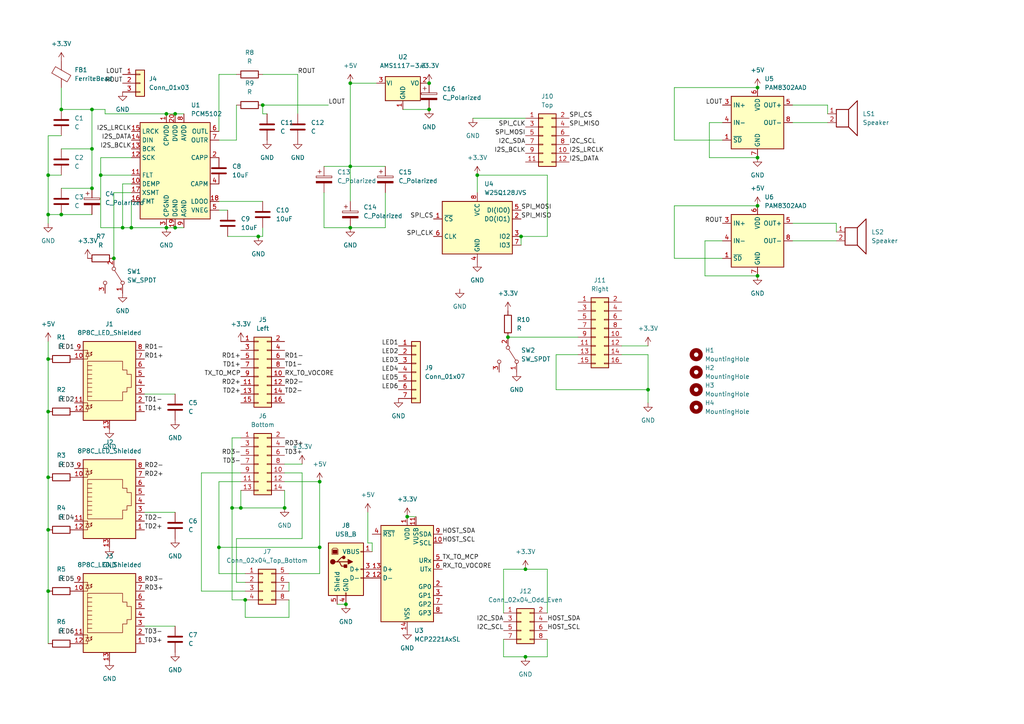
<source format=kicad_sch>
(kicad_sch (version 20211123) (generator eeschema)
  (paper "A4")
  (lib_symbols
    (symbol "8P8C_LED_Shielded_1" (pin_names (offset 1.016))
      (property "Reference" "J3" (at 0 17.78 0))
      (property "Value" "8P8C_LED_Shielded_1" (at 0 15.24 0))
      (symbol "8P8C_LED_Shielded_1_1_1"
        (pin passive line (at 10.16 -7.62 180) (length 2.54) (name "~") (number "1"))
        (pin passive line (at -10.16 7.62 0) (length 2.54) (name "~") (number "10"))
        (pin passive line (at -10.16 -5.08 0) (length 2.54) (name "~") (number "11"))
        (pin passive line (at -10.16 -7.62 0) (length 2.54) (name "~") (number "12"))
        (pin passive line (at 0 -12.7 90) (length 2.54) (name "~") (number "13"))
        (pin passive line (at 10.16 -5.08 180) (length 2.54) (name "~") (number "2"))
        (pin passive line (at 10.16 -2.54 180) (length 2.54) (name "~") (number "3"))
        (pin passive line (at 10.16 0 180) (length 2.54) (name "~") (number "4"))
        (pin passive line (at 10.16 2.54 180) (length 2.54) (name "~") (number "5"))
        (pin passive line (at 10.16 5.08 180) (length 2.54) (name "~") (number "6"))
        (pin passive line (at 10.16 7.62 180) (length 2.54) (name "~") (number "7"))
        (pin passive line (at 10.16 10.16 180) (length 2.54) (name "~") (number "8"))
        (pin passive line (at -10.16 10.16 0) (length 2.54) (name "~") (number "9"))
      )
    )
    (symbol "8P8C_LED_Shielded_2" (pin_names (offset 1.016))
      (property "Reference" "J2" (at 0 17.78 0))
      (property "Value" "8P8C_LED_Shielded_2" (at 0 15.24 0))
      (symbol "8P8C_LED_Shielded_2_1_1"
        (pin passive line (at 10.16 -7.62 180) (length 2.54) (name "~") (number "1"))
        (pin passive line (at -10.16 7.62 0) (length 2.54) (name "~") (number "10"))
        (pin passive line (at -10.16 -5.08 0) (length 2.54) (name "~") (number "11"))
        (pin passive line (at -10.16 -7.62 0) (length 2.54) (name "~") (number "12"))
        (pin passive line (at 0 -12.7 90) (length 2.54) (name "~") (number "13"))
        (pin passive line (at 10.16 -5.08 180) (length 2.54) (name "~") (number "2"))
        (pin passive line (at 10.16 -2.54 180) (length 2.54) (name "~") (number "3"))
        (pin passive line (at 10.16 0 180) (length 2.54) (name "~") (number "4"))
        (pin passive line (at 10.16 2.54 180) (length 2.54) (name "~") (number "5"))
        (pin passive line (at 10.16 5.08 180) (length 2.54) (name "~") (number "6"))
        (pin passive line (at 10.16 7.62 180) (length 2.54) (name "~") (number "7"))
        (pin passive line (at 10.16 10.16 180) (length 2.54) (name "~") (number "8"))
        (pin passive line (at -10.16 10.16 0) (length 2.54) (name "~") (number "9"))
      )
    )
    (symbol "Amplifier_Audio:PAM8302AAD"
      (property "Reference" "U" (at 7.62 11.43 0))
      (property "Value" "PAM8302AAD" (at 7.62 8.89 0))
      (symbol "PAM8302AAD_1_1"
        (pin input line (at -10.16 -5.08 0) (length 2.54) (name "~{SD}") (number "1"))
        (pin no_connect line (at 7.62 -5.08 180) (length 2.54) hide (name "NC") (number "2"))
        (pin input line (at -10.16 5.08 0) (length 2.54) (name "IN+") (number "3"))
        (pin input line (at -10.16 0 0) (length 2.54) (name "IN-") (number "4"))
        (pin output line (at 10.16 5.08 180) (length 2.54) (name "OUT+") (number "5"))
        (pin power_in line (at 0 10.16 270) (length 2.54) (name "VDD") (number "6"))
        (pin power_in line (at 0 -10.16 90) (length 2.54) (name "GND") (number "7"))
        (pin output line (at 10.16 0 180) (length 2.54) (name "OUT-") (number "8"))
      )
    )
    (symbol "Audio:PCM5102"
      (property "Reference" "U" (at -10.16 13.97 0))
      (property "Value" "PCM5102" (at 3.81 13.97 0))
      (symbol "PCM5102_1_1"
        (pin passive line (at -2.54 15.24 270) (length 2.54) (name "CPVDD") (number "1"))
        (pin input line (at -12.7 -5.08 0) (length 2.54) (name "DEMP") (number "10"))
        (pin input line (at -12.7 -2.54 0) (length 2.54) (name "FLT") (number "11"))
        (pin input line (at -12.7 2.54 0) (length 2.54) (name "SCK") (number "12"))
        (pin input line (at -12.7 5.08 0) (length 2.54) (name "BCK") (number "13"))
        (pin input line (at -12.7 7.62 0) (length 2.54) (name "DIN") (number "14"))
        (pin input line (at -12.7 10.16 0) (length 2.54) (name "LRCK") (number "15"))
        (pin input line (at -12.7 -10.16 0) (length 2.54) (name "FMT") (number "16"))
        (pin input line (at -12.7 -7.62 0) (length 2.54) (name "XSMT") (number "17"))
        (pin passive line (at 12.7 -10.16 180) (length 2.54) (name "LDOO") (number "18"))
        (pin power_in line (at 0 -17.78 90) (length 2.54) (name "DGND") (number "19"))
        (pin passive line (at 12.7 2.54 180) (length 2.54) (name "CAPP") (number "2"))
        (pin power_in line (at 0 15.24 270) (length 2.54) (name "DVDD") (number "20"))
        (pin power_in line (at -2.54 -17.78 90) (length 2.54) (name "CPGND") (number "3"))
        (pin passive line (at 12.7 -5.08 180) (length 2.54) (name "CAPM") (number "4"))
        (pin passive line (at 12.7 -12.7 180) (length 2.54) (name "VNEG") (number "5"))
        (pin output line (at 12.7 10.16 180) (length 2.54) (name "OUTL") (number "6"))
        (pin output line (at 12.7 7.62 180) (length 2.54) (name "OUTR") (number "7"))
        (pin power_in line (at 2.54 15.24 270) (length 2.54) (name "AVDD") (number "8"))
        (pin power_in line (at 2.54 -17.78 90) (length 2.54) (name "AGND") (number "9"))
      )
    )
    (symbol "Connector:8P8C_LED_Shielded" (pin_names (offset 1.016))
      (property "Reference" "J1" (at 0 17.78 0))
      (property "Value" "8P8C_LED_Shielded" (at 0 15.24 0))
      (symbol "8P8C_LED_Shielded_1_1"
        (pin passive line (at 10.16 -7.62 180) (length 2.54) (name "~") (number "1"))
        (pin passive line (at -10.16 7.62 0) (length 2.54) (name "~") (number "10"))
        (pin passive line (at -10.16 -5.08 0) (length 2.54) (name "~") (number "11"))
        (pin passive line (at -10.16 -7.62 0) (length 2.54) (name "~") (number "12"))
        (pin passive line (at 0 -12.7 90) (length 2.54) (name "~") (number "13"))
        (pin passive line (at 10.16 -5.08 180) (length 2.54) (name "~") (number "2"))
        (pin passive line (at 10.16 -2.54 180) (length 2.54) (name "~") (number "3"))
        (pin passive line (at 10.16 0 180) (length 2.54) (name "~") (number "4"))
        (pin passive line (at 10.16 2.54 180) (length 2.54) (name "~") (number "5"))
        (pin passive line (at 10.16 5.08 180) (length 2.54) (name "~") (number "6"))
        (pin passive line (at 10.16 7.62 180) (length 2.54) (name "~") (number "7"))
        (pin passive line (at 10.16 10.16 180) (length 2.54) (name "~") (number "8"))
        (pin passive line (at -10.16 10.16 0) (length 2.54) (name "~") (number "9"))
      )
    )
    (symbol "Connector:USB_B" (pin_names (offset 1.016))
      (property "Reference" "J" (at -5.08 11.43 0))
      (property "Value" "USB_B" (at -5.08 8.89 0))
      (symbol "USB_B_1_1"
        (pin power_out line (at 7.62 5.08 180) (length 2.54) (name "VBUS") (number "1"))
        (pin bidirectional line (at 7.62 -2.54 180) (length 2.54) (name "D-") (number "2"))
        (pin bidirectional line (at 7.62 0 180) (length 2.54) (name "D+") (number "3"))
        (pin power_out line (at 0 -10.16 90) (length 2.54) (name "GND") (number "4"))
        (pin passive line (at -2.54 -10.16 90) (length 2.54) (name "Shield") (number "5"))
      )
    )
    (symbol "Connector_Generic:Conn_01x03" (pin_names (offset 1.016) hide)
      (property "Reference" "J" (at 0 5.08 0))
      (property "Value" "Conn_01x03" (at 0 -5.08 0))
      (symbol "Conn_01x03_1_1"
        (pin passive line (at -5.08 2.54 0) (length 3.81) (name "Pin_1") (number "1"))
        (pin passive line (at -5.08 0 0) (length 3.81) (name "Pin_2") (number "2"))
        (pin passive line (at -5.08 -2.54 0) (length 3.81) (name "Pin_3") (number "3"))
      )
    )
    (symbol "Connector_Generic:Conn_01x07" (pin_names (offset 1.016) hide)
      (property "Reference" "J" (at 0 10.16 0))
      (property "Value" "Conn_01x07" (at 0 -10.16 0))
      (symbol "Conn_01x07_1_1"
        (pin passive line (at -5.08 7.62 0) (length 3.81) (name "Pin_1") (number "1"))
        (pin passive line (at -5.08 5.08 0) (length 3.81) (name "Pin_2") (number "2"))
        (pin passive line (at -5.08 2.54 0) (length 3.81) (name "Pin_3") (number "3"))
        (pin passive line (at -5.08 0 0) (length 3.81) (name "Pin_4") (number "4"))
        (pin passive line (at -5.08 -2.54 0) (length 3.81) (name "Pin_5") (number "5"))
        (pin passive line (at -5.08 -5.08 0) (length 3.81) (name "Pin_6") (number "6"))
        (pin passive line (at -5.08 -7.62 0) (length 3.81) (name "Pin_7") (number "7"))
      )
    )
    (symbol "Connector_Generic:Conn_02x04_Odd_Even" (pin_names (offset 1.016) hide)
      (property "Reference" "J" (at 1.27 5.08 0))
      (property "Value" "Conn_02x04_Odd_Even" (at 1.27 -7.62 0))
      (symbol "Conn_02x04_Odd_Even_1_1"
        (pin passive line (at -5.08 2.54 0) (length 3.81) (name "Pin_1") (number "1"))
        (pin passive line (at 7.62 2.54 180) (length 3.81) (name "Pin_2") (number "2"))
        (pin passive line (at -5.08 0 0) (length 3.81) (name "Pin_3") (number "3"))
        (pin passive line (at 7.62 0 180) (length 3.81) (name "Pin_4") (number "4"))
        (pin passive line (at -5.08 -2.54 0) (length 3.81) (name "Pin_5") (number "5"))
        (pin passive line (at 7.62 -2.54 180) (length 3.81) (name "Pin_6") (number "6"))
        (pin passive line (at -5.08 -5.08 0) (length 3.81) (name "Pin_7") (number "7"))
        (pin passive line (at 7.62 -5.08 180) (length 3.81) (name "Pin_8") (number "8"))
      )
    )
    (symbol "Connector_Generic:Conn_02x04_Top_Bottom" (pin_names (offset 1.016) hide)
      (property "Reference" "J" (at 1.27 5.08 0))
      (property "Value" "Conn_02x04_Top_Bottom" (at 1.27 -7.62 0))
      (symbol "Conn_02x04_Top_Bottom_1_1"
        (pin passive line (at -5.08 2.54 0) (length 3.81) (name "Pin_1") (number "1"))
        (pin passive line (at -5.08 0 0) (length 3.81) (name "Pin_2") (number "2"))
        (pin passive line (at -5.08 -2.54 0) (length 3.81) (name "Pin_3") (number "3"))
        (pin passive line (at -5.08 -5.08 0) (length 3.81) (name "Pin_4") (number "4"))
        (pin passive line (at 7.62 2.54 180) (length 3.81) (name "Pin_5") (number "5"))
        (pin passive line (at 7.62 0 180) (length 3.81) (name "Pin_6") (number "6"))
        (pin passive line (at 7.62 -2.54 180) (length 3.81) (name "Pin_7") (number "7"))
        (pin passive line (at 7.62 -5.08 180) (length 3.81) (name "Pin_8") (number "8"))
      )
    )
    (symbol "Connector_Generic:Conn_02x06_Odd_Even" (pin_names (offset 1.016) hide)
      (property "Reference" "J" (at 1.27 7.62 0))
      (property "Value" "Conn_02x06_Odd_Even" (at 1.27 -10.16 0))
      (symbol "Conn_02x06_Odd_Even_1_1"
        (pin passive line (at -5.08 5.08 0) (length 3.81) (name "Pin_1") (number "1"))
        (pin passive line (at 7.62 -5.08 180) (length 3.81) (name "Pin_10") (number "10"))
        (pin passive line (at -5.08 -7.62 0) (length 3.81) (name "Pin_11") (number "11"))
        (pin passive line (at 7.62 -7.62 180) (length 3.81) (name "Pin_12") (number "12"))
        (pin passive line (at 7.62 5.08 180) (length 3.81) (name "Pin_2") (number "2"))
        (pin passive line (at -5.08 2.54 0) (length 3.81) (name "Pin_3") (number "3"))
        (pin passive line (at 7.62 2.54 180) (length 3.81) (name "Pin_4") (number "4"))
        (pin passive line (at -5.08 0 0) (length 3.81) (name "Pin_5") (number "5"))
        (pin passive line (at 7.62 0 180) (length 3.81) (name "Pin_6") (number "6"))
        (pin passive line (at -5.08 -2.54 0) (length 3.81) (name "Pin_7") (number "7"))
        (pin passive line (at 7.62 -2.54 180) (length 3.81) (name "Pin_8") (number "8"))
        (pin passive line (at -5.08 -5.08 0) (length 3.81) (name "Pin_9") (number "9"))
      )
    )
    (symbol "Connector_Generic:Conn_02x07_Odd_Even" (pin_names (offset 1.016) hide)
      (property "Reference" "J" (at 1.27 10.16 0))
      (property "Value" "Conn_02x07_Odd_Even" (at 1.27 -10.16 0))
      (symbol "Conn_02x07_Odd_Even_1_1"
        (pin passive line (at -5.08 7.62 0) (length 3.81) (name "Pin_1") (number "1"))
        (pin passive line (at 7.62 -2.54 180) (length 3.81) (name "Pin_10") (number "10"))
        (pin passive line (at -5.08 -5.08 0) (length 3.81) (name "Pin_11") (number "11"))
        (pin passive line (at 7.62 -5.08 180) (length 3.81) (name "Pin_12") (number "12"))
        (pin passive line (at -5.08 -7.62 0) (length 3.81) (name "Pin_13") (number "13"))
        (pin passive line (at 7.62 -7.62 180) (length 3.81) (name "Pin_14") (number "14"))
        (pin passive line (at 7.62 7.62 180) (length 3.81) (name "Pin_2") (number "2"))
        (pin passive line (at -5.08 5.08 0) (length 3.81) (name "Pin_3") (number "3"))
        (pin passive line (at 7.62 5.08 180) (length 3.81) (name "Pin_4") (number "4"))
        (pin passive line (at -5.08 2.54 0) (length 3.81) (name "Pin_5") (number "5"))
        (pin passive line (at 7.62 2.54 180) (length 3.81) (name "Pin_6") (number "6"))
        (pin passive line (at -5.08 0 0) (length 3.81) (name "Pin_7") (number "7"))
        (pin passive line (at 7.62 0 180) (length 3.81) (name "Pin_8") (number "8"))
        (pin passive line (at -5.08 -2.54 0) (length 3.81) (name "Pin_9") (number "9"))
      )
    )
    (symbol "Connector_Generic:Conn_02x08_Odd_Even" (pin_names (offset 1.016) hide)
      (property "Reference" "J" (at 1.27 10.16 0))
      (property "Value" "Conn_02x08_Odd_Even" (at 1.27 -12.7 0))
      (symbol "Conn_02x08_Odd_Even_1_1"
        (pin passive line (at -5.08 7.62 0) (length 3.81) (name "Pin_1") (number "1"))
        (pin passive line (at 7.62 -2.54 180) (length 3.81) (name "Pin_10") (number "10"))
        (pin passive line (at -5.08 -5.08 0) (length 3.81) (name "Pin_11") (number "11"))
        (pin passive line (at 7.62 -5.08 180) (length 3.81) (name "Pin_12") (number "12"))
        (pin passive line (at -5.08 -7.62 0) (length 3.81) (name "Pin_13") (number "13"))
        (pin passive line (at 7.62 -7.62 180) (length 3.81) (name "Pin_14") (number "14"))
        (pin passive line (at -5.08 -10.16 0) (length 3.81) (name "Pin_15") (number "15"))
        (pin passive line (at 7.62 -10.16 180) (length 3.81) (name "Pin_16") (number "16"))
        (pin passive line (at 7.62 7.62 180) (length 3.81) (name "Pin_2") (number "2"))
        (pin passive line (at -5.08 5.08 0) (length 3.81) (name "Pin_3") (number "3"))
        (pin passive line (at 7.62 5.08 180) (length 3.81) (name "Pin_4") (number "4"))
        (pin passive line (at -5.08 2.54 0) (length 3.81) (name "Pin_5") (number "5"))
        (pin passive line (at 7.62 2.54 180) (length 3.81) (name "Pin_6") (number "6"))
        (pin passive line (at -5.08 0 0) (length 3.81) (name "Pin_7") (number "7"))
        (pin passive line (at 7.62 0 180) (length 3.81) (name "Pin_8") (number "8"))
        (pin passive line (at -5.08 -2.54 0) (length 3.81) (name "Pin_9") (number "9"))
      )
    )
    (symbol "Device:C" (pin_numbers hide) (pin_names (offset 0.254))
      (property "Reference" "C" (at 0.635 2.54 0))
      (property "Value" "C" (at 0.635 -2.54 0))
      (symbol "C_1_1"
        (pin passive line (at 0 3.81 270) (length 2.794) (name "~") (number "1"))
        (pin passive line (at 0 -3.81 90) (length 2.794) (name "~") (number "2"))
      )
    )
    (symbol "Device:C_Polarized" (pin_numbers hide) (pin_names (offset 0.254))
      (property "Reference" "C" (at 0.635 2.54 0))
      (property "Value" "C_Polarized" (at 0.635 -2.54 0))
      (symbol "C_Polarized_1_1"
        (pin passive line (at 0 3.81 270) (length 2.794) (name "~") (number "1"))
        (pin passive line (at 0 -3.81 90) (length 2.794) (name "~") (number "2"))
      )
    )
    (symbol "Device:FerriteBead" (pin_numbers hide) (pin_names (offset 0))
      (property "Reference" "FB" (at -3.81 0.635 90))
      (property "Value" "FerriteBead" (at 3.81 0 90))
      (symbol "FerriteBead_1_1"
        (pin passive line (at 0 3.81 270) (length 2.54) (name "~") (number "1"))
        (pin passive line (at 0 -3.81 90) (length 2.54) (name "~") (number "2"))
      )
    )
    (symbol "Device:R" (pin_numbers hide) (pin_names (offset 0))
      (property "Reference" "R" (at 2.032 0 90))
      (property "Value" "R" (at 0 0 90))
      (symbol "R_1_1"
        (pin passive line (at 0 3.81 270) (length 1.27) (name "~") (number "1"))
        (pin passive line (at 0 -3.81 90) (length 1.27) (name "~") (number "2"))
      )
    )
    (symbol "Device:Speaker" (pin_names (offset 0) hide)
      (property "Reference" "LS" (at 1.27 5.715 0))
      (property "Value" "Speaker" (at 1.27 3.81 0))
      (symbol "Speaker_1_1"
        (pin input line (at -5.08 0 0) (length 2.54) (name "1") (number "1"))
        (pin input line (at -5.08 -2.54 0) (length 2.54) (name "2") (number "2"))
      )
    )
    (symbol "Interface_USB:MCP2221AxSL"
      (property "Reference" "U" (at -7.62 16.51 0))
      (property "Value" "MCP2221AxSL" (at 12.7 16.51 0))
      (symbol "MCP2221AxSL_1_1"
        (pin power_in line (at 0 17.78 270) (length 2.54) (name "VDD") (number "1"))
        (pin bidirectional line (at 10.16 10.16 180) (length 2.54) (name "SCL") (number "10"))
        (pin passive line (at 2.54 17.78 270) (length 2.54) (name "VUSB") (number "11"))
        (pin bidirectional line (at -10.16 0 0) (length 2.54) (name "D-") (number "12"))
        (pin bidirectional line (at -10.16 2.54 0) (length 2.54) (name "D+") (number "13"))
        (pin power_in line (at 0 -15.24 90) (length 2.54) (name "VSS") (number "14"))
        (pin bidirectional line (at 10.16 -2.54 180) (length 2.54) (name "GP0") (number "2"))
        (pin bidirectional line (at 10.16 -5.08 180) (length 2.54) (name "GP1") (number "3"))
        (pin input line (at -10.16 12.7 0) (length 2.54) (name "~{RST}") (number "4"))
        (pin input line (at 10.16 5.08 180) (length 2.54) (name "URx") (number "5"))
        (pin output line (at 10.16 2.54 180) (length 2.54) (name "UTx") (number "6"))
        (pin bidirectional line (at 10.16 -7.62 180) (length 2.54) (name "GP2") (number "7"))
        (pin bidirectional line (at 10.16 -10.16 180) (length 2.54) (name "GP3") (number "8"))
        (pin bidirectional line (at 10.16 12.7 180) (length 2.54) (name "SDA") (number "9"))
      )
    )
    (symbol "Mechanical:MountingHole" (pin_names (offset 1.016))
      (property "Reference" "H" (at 0 5.08 0))
      (property "Value" "MountingHole" (at 0 3.175 0))
    )
    (symbol "Memory_Flash:W25Q128JVS"
      (property "Reference" "U" (at -8.89 8.89 0))
      (property "Value" "W25Q128JVS" (at 7.62 8.89 0))
      (symbol "W25Q128JVS_1_1"
        (pin input line (at -12.7 2.54 0) (length 2.54) (name "~{CS}") (number "1"))
        (pin bidirectional line (at 12.7 2.54 180) (length 2.54) (name "DO(IO1)") (number "2"))
        (pin bidirectional line (at 12.7 -2.54 180) (length 2.54) (name "IO2") (number "3"))
        (pin power_in line (at 0 -10.16 90) (length 2.54) (name "GND") (number "4"))
        (pin bidirectional line (at 12.7 5.08 180) (length 2.54) (name "DI(IO0)") (number "5"))
        (pin input line (at -12.7 -2.54 0) (length 2.54) (name "CLK") (number "6"))
        (pin bidirectional line (at 12.7 -5.08 180) (length 2.54) (name "IO3") (number "7"))
        (pin power_in line (at 0 10.16 270) (length 2.54) (name "VCC") (number "8"))
      )
    )
    (symbol "Regulator_Linear:AMS1117-3.3" (pin_names (offset 0.254))
      (property "Reference" "U" (at -3.81 3.175 0))
      (property "Value" "AMS1117-3.3" (at 0 3.175 0))
      (symbol "AMS1117-3.3_1_1"
        (pin power_in line (at 0 -7.62 90) (length 2.54) (name "GND") (number "1"))
        (pin power_out line (at 7.62 0 180) (length 2.54) (name "VO") (number "2"))
        (pin power_in line (at -7.62 0 0) (length 2.54) (name "VI") (number "3"))
      )
    )
    (symbol "Switch:SW_SPDT" (pin_names (offset 0) hide)
      (property "Reference" "SW" (at 0 4.318 0))
      (property "Value" "SW_SPDT" (at 0 -5.08 0))
      (symbol "SW_SPDT_1_1"
        (pin passive line (at 5.08 2.54 180) (length 2.54) (name "A") (number "1"))
        (pin passive line (at -5.08 0 0) (length 2.54) (name "B") (number "2"))
        (pin passive line (at 5.08 -2.54 180) (length 2.54) (name "C") (number "3"))
      )
    )
    (symbol "power:+3.3V" (power) (pin_names (offset 0))
      (property "Value" "+3.3V" (at 0 3.556 0))
      (symbol "+3.3V_1_1"
        (pin power_in line (at 0 0 90) (length 0) hide (name "+3.3V") (number "1"))
      )
    )
    (symbol "power:+5V" (power) (pin_names (offset 0))
      (property "Value" "+5V" (at 0 3.556 0))
      (symbol "+5V_1_1"
        (pin power_in line (at 0 0 90) (length 0) hide (name "+5V") (number "1"))
      )
    )
    (symbol "power:GND" (power) (pin_names (offset 0))
      (property "Value" "GND" (at 0 -3.81 0))
      (symbol "GND_1_1"
        (pin power_in line (at 0 0 270) (length 0) hide (name "GND") (number "1"))
      )
    )
  )
  (junction (at 13.97 153.67))
  (junction (at 69.85 147.32))
  (junction (at 219.71 25.4))
  (junction (at 76.2 30.48))
  (junction (at 26.67 43.18))
  (junction (at 13.97 62.23))
  (junction (at 50.8 66.04))
  (junction (at 118.11 149.86))
  (junction (at 100.33 175.26))
  (junction (at 74.93 68.58))
  (junction (at 219.71 59.69))
  (junction (at 13.97 104.14))
  (junction (at 124.46 31.75))
  (junction (at 63.5 158.75))
  (junction (at 101.6 48.26))
  (junction (at 152.4 190.5))
  (junction (at 147.32 97.79))
  (junction (at 13.97 119.38))
  (junction (at 48.26 33.02))
  (junction (at 29.21 50.8))
  (junction (at 92.71 139.7))
  (junction (at 82.55 147.32))
  (junction (at 101.6 24.13))
  (junction (at 13.97 138.43))
  (junction (at 67.31 147.32))
  (junction (at 17.78 31.75))
  (junction (at 138.43 50.8))
  (junction (at 92.71 158.75))
  (junction (at 38.1 66.04))
  (junction (at 26.67 31.75))
  (junction (at 48.26 66.04))
  (junction (at 50.8 33.02))
  (junction (at 219.71 45.72))
  (junction (at 124.46 24.13))
  (junction (at 35.56 66.04))
  (junction (at 26.67 54.61))
  (junction (at 152.4 165.1))
  (junction (at 151.13 68.58))
  (junction (at 17.78 62.23))
  (junction (at 33.02 74.93))
  (junction (at 187.96 113.03))
  (junction (at 101.6 66.04))
  (junction (at 13.97 171.45))
  (junction (at 71.12 173.99))
  (junction (at 13.97 50.8))
  (junction (at 219.71 80.01))
  (wire (pts (xy 71.12 179.07) (xy 83.82 179.07)))
  (wire (pts (xy 48.26 33.02) (xy 50.8 33.02)))
  (wire (pts (xy 146.05 185.42) (xy 146.05 190.5)))
  (wire (pts (xy 167.64 102.87) (xy 161.29 102.87)))
  (wire (pts (xy 204.47 80.01) (xy 204.47 69.85)))
  (wire (pts (xy 69.85 147.32) (xy 82.55 147.32)))
  (wire (pts (xy 158.75 165.1) (xy 158.75 177.8)))
  (wire (pts (xy 158.75 190.5) (xy 158.75 185.42)))
  (wire (pts (xy 151.13 68.58) (xy 151.13 71.12)))
  (wire (pts (xy 69.85 127) (xy 67.31 127)))
  (wire (pts (xy 93.98 48.26) (xy 101.6 48.26)))
  (wire (pts (xy 63.5 58.42) (xy 76.2 58.42)))
  (wire (pts (xy 92.71 166.37) (xy 92.71 158.75)))
  (wire (pts (xy 205.74 35.56) (xy 205.74 45.72)))
  (wire (pts (xy 152.4 165.1) (xy 158.75 165.1)))
  (wire (pts (xy 87.63 156.21) (xy 87.63 137.16)))
  (wire (pts (xy 76.2 30.48) (xy 76.2 33.02)))
  (wire (pts (xy 30.48 31.75) (xy 30.48 33.02)))
  (wire (pts (xy 195.58 25.4) (xy 219.71 25.4)))
  (wire (pts (xy 68.58 30.48) (xy 68.58 40.64)))
  (wire (pts (xy 83.82 168.91) (xy 83.82 171.45)))
  (wire (pts (xy 146.05 177.8) (xy 146.05 165.1)))
  (wire (pts (xy 13.97 138.43) (xy 13.97 153.67)))
  (wire (pts (xy 38.1 66.04) (xy 48.26 66.04)))
  (wire (pts (xy 69.85 139.7) (xy 63.5 139.7)))
  (wire (pts (xy 63.5 60.96) (xy 66.04 60.96)))
  (wire (pts (xy 38.1 55.88) (xy 33.02 55.88)))
  (wire (pts (xy 67.31 127) (xy 67.31 147.32)))
  (wire (pts (xy 35.56 53.34) (xy 35.56 66.04)))
  (wire (pts (xy 219.71 80.01) (xy 204.47 80.01)))
  (wire (pts (xy 92.71 158.75) (xy 92.71 139.7)))
  (wire (pts (xy 138.43 50.8) (xy 138.43 55.88)))
  (wire (pts (xy 195.58 59.69) (xy 195.58 74.93)))
  (wire (pts (xy 13.97 50.8) (xy 17.78 50.8)))
  (wire (pts (xy 74.93 68.58) (xy 76.2 68.58)))
  (wire (pts (xy 187.96 102.87) (xy 180.34 102.87)))
  (wire (pts (xy 13.97 104.14) (xy 13.97 119.38)))
  (wire (pts (xy 41.91 114.3) (xy 50.8 114.3)))
  (wire (pts (xy 17.78 54.61) (xy 26.67 54.61)))
  (wire (pts (xy 219.71 59.69) (xy 195.58 59.69)))
  (wire (pts (xy 152.4 190.5) (xy 158.75 190.5)))
  (wire (pts (xy 63.5 21.59) (xy 68.58 21.59)))
  (wire (pts (xy 242.57 64.77) (xy 229.87 64.77)))
  (wire (pts (xy 38.1 58.42) (xy 38.1 66.04)))
  (wire (pts (xy 69.85 142.24) (xy 69.85 147.32)))
  (wire (pts (xy 67.31 173.99) (xy 67.31 147.32)))
  (wire (pts (xy 76.2 21.59) (xy 86.36 21.59)))
  (wire (pts (xy 41.91 181.61) (xy 50.8 181.61)))
  (wire (pts (xy 17.78 43.18) (xy 26.67 43.18)))
  (wire (pts (xy 146.05 190.5) (xy 152.4 190.5)))
  (wire (pts (xy 101.6 48.26) (xy 101.6 24.13)))
  (wire (pts (xy 101.6 66.04) (xy 111.76 66.04)))
  (wire (pts (xy 63.5 139.7) (xy 63.5 158.75)))
  (wire (pts (xy 82.55 139.7) (xy 92.71 139.7)))
  (wire (pts (xy 101.6 48.26) (xy 101.6 58.42)))
  (wire (pts (xy 13.97 62.23) (xy 17.78 62.23)))
  (wire (pts (xy 116.84 31.75) (xy 124.46 31.75)))
  (wire (pts (xy 161.29 113.03) (xy 187.96 113.03)))
  (wire (pts (xy 107.95 157.48) (xy 106.68 157.48)))
  (wire (pts (xy 195.58 40.64) (xy 195.58 25.4)))
  (wire (pts (xy 71.12 166.37) (xy 63.5 166.37)))
  (wire (pts (xy 195.58 74.93) (xy 209.55 74.93)))
  (wire (pts (xy 82.55 134.62) (xy 87.63 134.62)))
  (wire (pts (xy 63.5 38.1) (xy 63.5 21.59)))
  (wire (pts (xy 209.55 40.64) (xy 195.58 40.64)))
  (wire (pts (xy 71.12 173.99) (xy 67.31 173.99)))
  (wire (pts (xy 76.2 30.48) (xy 95.25 30.48)))
  (wire (pts (xy 63.5 158.75) (xy 92.71 158.75)))
  (wire (pts (xy 50.8 33.02) (xy 53.34 33.02)))
  (wire (pts (xy 209.55 35.56) (xy 205.74 35.56)))
  (wire (pts (xy 76.2 33.02) (xy 77.47 33.02)))
  (wire (pts (xy 242.57 67.31) (xy 242.57 64.77)))
  (wire (pts (xy 101.6 48.26) (xy 111.76 48.26)))
  (wire (pts (xy 180.34 100.33) (xy 187.96 100.33)))
  (wire (pts (xy 13.97 119.38) (xy 13.97 138.43)))
  (wire (pts (xy 13.97 171.45) (xy 13.97 186.69)))
  (wire (pts (xy 205.74 45.72) (xy 219.71 45.72)))
  (wire (pts (xy 93.98 55.88) (xy 93.98 66.04)))
  (wire (pts (xy 26.67 54.61) (xy 26.67 43.18)))
  (wire (pts (xy 137.16 34.29) (xy 152.4 34.29)))
  (wire (pts (xy 229.87 69.85) (xy 242.57 69.85)))
  (wire (pts (xy 13.97 153.67) (xy 13.97 171.45)))
  (wire (pts (xy 68.58 156.21) (xy 68.58 168.91)))
  (wire (pts (xy 204.47 69.85) (xy 209.55 69.85)))
  (wire (pts (xy 187.96 113.03) (xy 187.96 102.87)))
  (wire (pts (xy 118.11 149.86) (xy 120.65 149.86)))
  (wire (pts (xy 26.67 43.18) (xy 26.67 31.75)))
  (wire (pts (xy 29.21 45.72) (xy 29.21 50.8)))
  (wire (pts (xy 158.75 50.8) (xy 138.43 50.8)))
  (wire (pts (xy 17.78 62.23) (xy 26.67 62.23)))
  (wire (pts (xy 68.58 156.21) (xy 87.63 156.21)))
  (wire (pts (xy 151.13 68.58) (xy 158.75 68.58)))
  (wire (pts (xy 82.55 147.32) (xy 82.55 142.24)))
  (wire (pts (xy 13.97 99.06) (xy 13.97 104.14)))
  (wire (pts (xy 161.29 102.87) (xy 161.29 113.03)))
  (wire (pts (xy 33.02 55.88) (xy 33.02 74.93)))
  (wire (pts (xy 17.78 31.75) (xy 26.67 31.75)))
  (wire (pts (xy 50.8 66.04) (xy 53.34 66.04)))
  (wire (pts (xy 41.91 148.59) (xy 50.8 148.59)))
  (wire (pts (xy 68.58 40.64) (xy 63.5 40.64)))
  (wire (pts (xy 83.82 166.37) (xy 92.71 166.37)))
  (wire (pts (xy 71.12 173.99) (xy 71.12 179.07)))
  (wire (pts (xy 240.03 30.48) (xy 240.03 33.02)))
  (wire (pts (xy 229.87 30.48) (xy 240.03 30.48)))
  (wire (pts (xy 101.6 24.13) (xy 109.22 24.13)))
  (wire (pts (xy 229.87 35.56) (xy 240.03 35.56)))
  (wire (pts (xy 29.21 50.8) (xy 29.21 66.04)))
  (wire (pts (xy 93.98 66.04) (xy 101.6 66.04)))
  (wire (pts (xy 35.56 66.04) (xy 38.1 66.04)))
  (wire (pts (xy 76.2 68.58) (xy 76.2 66.04)))
  (wire (pts (xy 29.21 66.04) (xy 35.56 66.04)))
  (wire (pts (xy 13.97 39.37) (xy 13.97 50.8)))
  (wire (pts (xy 69.85 137.16) (xy 58.42 137.16)))
  (wire (pts (xy 29.21 50.8) (xy 38.1 50.8)))
  (wire (pts (xy 147.32 97.79) (xy 167.64 97.79)))
  (wire (pts (xy 86.36 21.59) (xy 86.36 33.02)))
  (wire (pts (xy 187.96 116.84) (xy 187.96 113.03)))
  (wire (pts (xy 107.95 160.02) (xy 107.95 157.48)))
  (wire (pts (xy 158.75 68.58) (xy 158.75 50.8)))
  (wire (pts (xy 146.05 165.1) (xy 152.4 165.1)))
  (wire (pts (xy 17.78 25.4) (xy 17.78 31.75)))
  (wire (pts (xy 17.78 39.37) (xy 13.97 39.37)))
  (wire (pts (xy 68.58 168.91) (xy 71.12 168.91)))
  (wire (pts (xy 58.42 171.45) (xy 71.12 171.45)))
  (wire (pts (xy 97.79 175.26) (xy 100.33 175.26)))
  (wire (pts (xy 63.5 166.37) (xy 63.5 158.75)))
  (wire (pts (xy 48.26 66.04) (xy 50.8 66.04)))
  (wire (pts (xy 66.04 68.58) (xy 74.93 68.58)))
  (wire (pts (xy 13.97 62.23) (xy 13.97 64.77)))
  (wire (pts (xy 38.1 45.72) (xy 29.21 45.72)))
  (wire (pts (xy 26.67 31.75) (xy 30.48 31.75)))
  (wire (pts (xy 30.48 33.02) (xy 48.26 33.02)))
  (wire (pts (xy 38.1 53.34) (xy 35.56 53.34)))
  (wire (pts (xy 58.42 137.16) (xy 58.42 171.45)))
  (wire (pts (xy 83.82 179.07) (xy 83.82 173.99)))
  (wire (pts (xy 87.63 137.16) (xy 82.55 137.16)))
  (wire (pts (xy 111.76 66.04) (xy 111.76 55.88)))
  (wire (pts (xy 67.31 147.32) (xy 69.85 147.32)))
  (wire (pts (xy 13.97 50.8) (xy 13.97 62.23)))
  (wire (pts (xy 106.68 148.59) (xy 106.68 157.48)))
  (label "LOUT" (at 209.55 30.48 180))
  (label "I2S_DATA" (at 38.1 40.64 180))
  (label "I2S_BCLK" (at 152.4 44.45 180))
  (label "I2S_BCLK" (at 38.1 43.18 180))
  (label "LED6" (at 21.59 184.15 180))
  (label "TD3+" (at 41.91 186.69 0))
  (label "RX_TO_VOCORE" (at 128.27 165.1 0))
  (label "I2S_LRCLK" (at 165.1 44.45 0))
  (label "LOUT" (at 95.25 30.48 0))
  (label "SPI_CLK" (at 125.73 68.58 180))
  (label "SPI_CS" (at 125.73 63.5 180))
  (label "LED4" (at 115.57 107.95 180))
  (label "LED6" (at 115.57 113.03 180))
  (label "LED3" (at 21.59 135.89 180))
  (label "I2C_SDA" (at 152.4 41.91 180))
  (label "RD3+" (at 82.55 129.54 0))
  (label "SPI_MOSI" (at 152.4 39.37 180))
  (label "LED2" (at 21.59 116.84 180))
  (label "TD2-" (at 82.55 114.3 0))
  (label "ROUT" (at 86.36 21.59 0))
  (label "RD3-" (at 69.85 132.08 180))
  (label "TX_TO_MCP" (at 69.85 109.22 180))
  (label "I2C_SDA" (at 146.05 180.34 180))
  (label "I2C_SCL" (at 165.1 41.91 0))
  (label "RD2+" (at 69.85 111.76 180))
  (label "ROUT" (at 209.55 64.77 180))
  (label "RD1-" (at 41.91 101.6 0))
  (label "SPI_MISO" (at 165.1 36.83 0))
  (label "LED2" (at 115.57 102.87 180))
  (label "HOST_SCL" (at 128.27 157.48 0))
  (label "RD3+" (at 41.91 171.45 0))
  (label "SPI_CLK" (at 152.4 36.83 180))
  (label "RD1+" (at 41.91 104.14 0))
  (label "RD2+" (at 41.91 138.43 0))
  (label "TD3-" (at 69.85 134.62 180))
  (label "RD2-" (at 41.91 135.89 0))
  (label "LED1" (at 21.59 101.6 180))
  (label "SPI_MISO" (at 151.13 63.5 0))
  (label "LED3" (at 115.57 105.41 180))
  (label "TD1+" (at 41.91 119.38 0))
  (label "TD2+" (at 41.91 153.67 0))
  (label "HOST_SDA" (at 128.27 154.94 0))
  (label "I2C_SCL" (at 146.05 182.88 180))
  (label "TD2+" (at 69.85 114.3 180))
  (label "HOST_SDA" (at 158.75 180.34 0))
  (label "LOUT" (at 35.56 21.59 180))
  (label "RD3-" (at 41.91 168.91 0))
  (label "RD1-" (at 82.55 104.14 0))
  (label "LED1" (at 115.57 100.33 180))
  (label "I2S_LRCLK" (at 38.1 38.1 180))
  (label "TD1+" (at 69.85 106.68 180))
  (label "LED4" (at 21.59 151.13 180))
  (label "TX_TO_MCP" (at 128.27 162.56 0))
  (label "TD3-" (at 41.91 184.15 0))
  (label "SPI_MOSI" (at 151.13 60.96 0))
  (label "LED5" (at 115.57 110.49 180))
  (label "TD1-" (at 41.91 116.84 0))
  (label "SPI_CS" (at 165.1 34.29 0))
  (label "RD1+" (at 69.85 104.14 180))
  (label "TD1-" (at 82.55 106.68 0))
  (label "TD2-" (at 41.91 151.13 0))
  (label "RX_TO_VOCORE" (at 82.55 109.22 0))
  (label "ROUT" (at 35.56 24.13 180))
  (label "RD2-" (at 82.55 111.76 0))
  (label "TD3+" (at 82.55 132.08 0))
  (label "HOST_SCL" (at 158.75 182.88 0))
  (label "I2S_DATA" (at 165.1 46.99 0))
  (label "LED5" (at 21.59 168.91 180))
  (symbol (lib_id "power:GND") (at 48.26 66.04 0) (unit 1)
    (property "Reference" "#PWR010" (effects hide))
    (property "Value" "GND" (at 48.26 71.12 0))
  )
  (symbol (lib_id "power:+3.3V") (at 147.32 90.17 0) (unit 1)
    (property "Reference" "#PWR031" (effects hide))
    (property "Value" "+3.3V" (at 147.32 85.09 0))
  )
  (symbol (lib_id "power:GND") (at 118.11 182.88 0) (unit 1)
    (property "Reference" "#PWR027" (effects hide))
    (property "Value" "GND" (at 118.11 187.96 0))
  )
  (symbol (lib_name "8P8C_LED_Shielded_1") (lib_id "Connector:8P8C_LED_Shielded") (at 31.75 179.07 0) (unit 1)
    (property "Reference" "J3" (at 31.75 161.29 0))
    (property "Value" "8P8C_LED_Shielded" (at 31.75 163.83 0))
    (property "Footprint" "Connector_RJ:RJ45_Cetus_J1B1211CCD_Horizontal" (effects hide))
  )
  (symbol (lib_id "power:+5V") (at 106.68 148.59 0) (unit 1)
    (property "Reference" "#PWR024" (effects hide))
    (property "Value" "+5V" (at 106.68 143.51 0))
  )
  (symbol (lib_id "Device:C_Polarized") (at 93.98 52.07 0) (unit 1)
    (property "Reference" "C13" (at 97.79 49.9109 0) (effects (justify left)))
    (property "Value" "C_Polarized" (at 97.79 52.4509 0) (effects (justify left)))
    (property "Footprint" "Capacitor_THT:CP_Radial_D8.0mm_P3.50mm" (effects hide))
  )
  (symbol (lib_id "Connector:8P8C_LED_Shielded") (at 31.75 111.76 0) (unit 1)
    (property "Reference" "J1" (at 31.75 93.98 0))
    (property "Value" "8P8C_LED_Shielded" (at 31.75 96.52 0))
    (property "Footprint" "Connector_RJ:RJ45_Cetus_J1B1211CCD_Horizontal" (effects hide))
  )
  (symbol (lib_id "power:GND") (at 31.75 124.46 0) (unit 1)
    (property "Reference" "#PWR05" (effects hide))
    (property "Value" "GND" (at 31.75 129.54 0))
  )
  (symbol (lib_id "Mechanical:MountingHole") (at 201.93 118.11 0) (unit 1)
    (property "Reference" "H4" (at 204.47 116.8399 0) (effects (justify left)))
    (property "Value" "MountingHole" (at 204.47 119.3799 0) (effects (justify left)))
    (property "Footprint" "MountingHole:MountingHole_3.2mm_M3" (effects hide))
  )
  (symbol (lib_id "Connector_Generic:Conn_02x08_Odd_Even") (at 172.72 95.25 0) (unit 1)
    (property "Reference" "J11" (at 173.99 81.28 0))
    (property "Value" "Right" (at 173.99 83.82 0))
    (property "Footprint" "Connector_PinHeader_2.54mm:PinHeader_2x08_P2.54mm_Vertical" (effects hide))
  )
  (symbol (lib_id "Device:C") (at 77.47 36.83 0) (unit 1)
    (property "Reference" "C11" (at 81.28 35.5599 0) (effects (justify left)))
    (property "Value" "C" (at 81.28 38.0999 0) (effects (justify left)))
    (property "Footprint" "Capacitor_SMD:C_0603_1608Metric" (effects hide))
  )
  (symbol (lib_id "Device:C") (at 50.8 152.4 0) (unit 1)
    (property "Reference" "C6" (at 54.61 151.1299 0) (effects (justify left)))
    (property "Value" "C" (at 54.61 153.6699 0) (effects (justify left)))
    (property "Footprint" "Capacitor_SMD:C_0603_1608Metric" (effects hide))
  )
  (symbol (lib_id "Device:R") (at 17.78 171.45 90) (unit 1)
    (property "Reference" "R5" (at 17.78 165.1 90))
    (property "Value" "R" (at 17.78 167.64 90))
    (property "Footprint" "Resistor_SMD:R_0603_1608Metric" (effects hide))
  )
  (symbol (lib_id "Connector_Generic:Conn_01x07") (at 120.65 107.95 0) (unit 1)
    (property "Reference" "J9" (at 123.19 106.6799 0) (effects (justify left)))
    (property "Value" "Conn_01x07" (at 123.19 109.2199 0) (effects (justify left)))
    (property "Footprint" "Connector_PinHeader_2.54mm:PinHeader_1x07_P2.54mm_Vertical" (effects hide))
  )
  (symbol (lib_id "power:GND") (at 152.4 190.5 0) (unit 1)
    (property "Reference" "#PWR043" (effects hide))
    (property "Value" "GND" (at 152.4 195.58 0))
  )
  (symbol (lib_id "power:+3.3V") (at 118.11 149.86 0) (unit 1)
    (property "Reference" "#PWR026" (effects hide))
    (property "Value" "+3.3V" (at 118.11 144.78 0))
  )
  (symbol (lib_id "Device:C") (at 17.78 58.42 0) (unit 1)
    (property "Reference" "C3" (at 21.59 57.1499 0) (effects (justify left)))
    (property "Value" "C" (at 21.59 59.6899 0) (effects (justify left)))
    (property "Footprint" "Capacitor_SMD:C_0603_1608Metric" (effects hide))
  )
  (symbol (lib_id "power:GND") (at 133.35 83.82 0) (unit 1)
    (property "Reference" "#PWR039" (effects hide))
    (property "Value" "GND" (at 133.35 88.9 0))
  )
  (symbol (lib_id "Regulator_Linear:AMS1117-3.3") (at 116.84 24.13 0) (unit 1)
    (property "Reference" "U2" (at 116.84 16.51 0))
    (property "Value" "AMS1117-3.3" (at 116.84 19.05 0))
    (property "Footprint" "Package_TO_SOT_SMD:SOT-223-3_TabPin2" (effects hide))
    (property "Datasheet" "http://www.advanced-monolithic.com/pdf/ds1117.pdf" (effects hide))
  )
  (symbol (lib_id "power:GND") (at 31.75 191.77 0) (unit 1)
    (property "Reference" "#PWR07" (effects hide))
    (property "Value" "GND" (at 31.75 196.85 0))
  )
  (symbol (lib_id "power:GND") (at 77.47 40.64 0) (unit 1)
    (property "Reference" "#PWR016" (effects hide))
    (property "Value" "GND" (at 77.47 45.72 0))
  )
  (symbol (lib_id "Device:R") (at 17.78 153.67 90) (unit 1)
    (property "Reference" "R4" (at 17.78 147.32 90))
    (property "Value" "R" (at 17.78 149.86 90))
    (property "Footprint" "Resistor_SMD:R_0603_1608Metric" (effects hide))
  )
  (symbol (lib_id "power:GND") (at 124.46 31.75 0) (unit 1)
    (property "Reference" "#PWR029" (effects hide))
    (property "Value" "GND" (at 124.46 36.83 0))
  )
  (symbol (lib_id "Device:R") (at 72.39 21.59 90) (unit 1)
    (property "Reference" "R8" (at 72.39 15.24 90))
    (property "Value" "R" (at 72.39 17.78 90))
    (property "Footprint" "Resistor_SMD:R_0603_1608Metric" (effects hide))
  )
  (symbol (lib_id "power:GND") (at 31.75 158.75 0) (unit 1)
    (property "Reference" "#PWR06" (effects hide))
    (property "Value" "GND" (at 31.75 163.83 0))
  )
  (symbol (lib_id "Device:C") (at 86.36 36.83 0) (unit 1)
    (property "Reference" "C12" (at 90.17 35.5599 0) (effects (justify left)))
    (property "Value" "C" (at 90.17 38.0999 0) (effects (justify left)))
    (property "Footprint" "Capacitor_SMD:C_0603_1608Metric" (effects hide))
  )
  (symbol (lib_id "power:GND") (at 13.97 64.77 0) (unit 1)
    (property "Reference" "#PWR01" (effects hide))
    (property "Value" "GND" (at 13.97 69.85 0))
  )
  (symbol (lib_id "Device:C") (at 50.8 118.11 0) (unit 1)
    (property "Reference" "C5" (at 54.61 116.8399 0) (effects (justify left)))
    (property "Value" "C" (at 54.61 119.3799 0) (effects (justify left)))
    (property "Footprint" "Capacitor_SMD:C_0603_1608Metric" (effects hide))
  )
  (symbol (lib_id "power:GND") (at 100.33 175.26 0) (unit 1)
    (property "Reference" "#PWR021" (effects hide))
    (property "Value" "GND" (at 100.33 180.34 0))
  )
  (symbol (lib_id "Device:R") (at 17.78 138.43 90) (unit 1)
    (property "Reference" "R3" (at 17.78 132.08 90))
    (property "Value" "R" (at 17.78 134.62 90))
    (property "Footprint" "Resistor_SMD:R_0603_1608Metric" (effects hide))
  )
  (symbol (lib_id "power:+5V") (at 101.6 24.13 0) (unit 1)
    (property "Reference" "#PWR022" (effects hide))
    (property "Value" "+5V" (at 101.6 19.05 0))
  )
  (symbol (lib_id "power:+3.3V") (at 17.78 17.78 0) (unit 1)
    (property "Reference" "#PWR03" (effects hide))
    (property "Value" "+3.3V" (at 17.78 12.7 0))
  )
  (symbol (lib_id "Device:C_Polarized") (at 101.6 62.23 0) (unit 1)
    (property "Reference" "C14" (at 105.41 60.0709 0) (effects (justify left)))
    (property "Value" "C_Polarized" (at 105.41 62.6109 0) (effects (justify left)))
    (property "Footprint" "Capacitor_THT:CP_Radial_D8.0mm_P3.50mm" (effects hide))
  )
  (symbol (lib_name "8P8C_LED_Shielded_2") (lib_id "Connector:8P8C_LED_Shielded") (at 31.75 146.05 0) (unit 1)
    (property "Reference" "J2" (at 31.75 128.27 0))
    (property "Value" "8P8C_LED_Shielded" (at 31.75 130.81 0))
    (property "Footprint" "Connector_RJ:RJ45_Cetus_J1B1211CCD_Horizontal" (effects hide))
  )
  (symbol (lib_id "Device:R") (at 17.78 119.38 90) (unit 1)
    (property "Reference" "R2" (at 17.78 113.03 90))
    (property "Value" "R" (at 17.78 115.57 90))
    (property "Footprint" "Resistor_SMD:R_0603_1608Metric" (effects hide))
  )
  (symbol (lib_id "power:GND") (at 137.16 34.29 0) (unit 1)
    (property "Reference" "#PWR030" (effects hide))
    (property "Value" "GND" (at 137.16 39.37 0))
  )
  (symbol (lib_id "Device:R") (at 147.32 93.98 0) (unit 1)
    (property "Reference" "R10" (at 149.86 92.7099 0) (effects (justify left)))
    (property "Value" "R" (at 149.86 95.2499 0) (effects (justify left)))
    (property "Footprint" "Resistor_SMD:R_0603_1608Metric" (effects hide))
  )
  (symbol (lib_id "Connector_Generic:Conn_01x03") (at 40.64 24.13 0) (unit 1)
    (property "Reference" "J4" (at 43.18 22.8599 0) (effects (justify left)))
    (property "Value" "Conn_01x03" (at 43.18 25.3999 0) (effects (justify left)))
    (property "Footprint" "Connector_PinHeader_2.54mm:PinHeader_1x03_P2.54mm_Vertical" (effects hide))
  )
  (symbol (lib_id "power:GND") (at 35.56 85.09 0) (unit 1)
    (property "Reference" "#PWR09" (effects hide))
    (property "Value" "GND" (at 35.56 90.17 0))
  )
  (symbol (lib_id "power:+3.3V") (at 152.4 165.1 0) (unit 1)
    (property "Reference" "#PWR042" (effects hide))
    (property "Value" "+3.3V" (at 152.4 160.02 0))
  )
  (symbol (lib_id "Connector_Generic:Conn_02x08_Odd_Even") (at 74.93 106.68 0) (unit 1)
    (property "Reference" "J5" (at 76.2 92.71 0))
    (property "Value" "Left" (at 76.2 95.25 0))
    (property "Footprint" "Connector_PinHeader_2.54mm:PinHeader_2x08_P2.54mm_Vertical" (effects hide))
  )
  (symbol (lib_id "power:GND") (at 50.8 156.21 0) (unit 1)
    (property "Reference" "#PWR012" (effects hide))
    (property "Value" "GND" (at 50.8 161.29 0))
  )
  (symbol (lib_id "power:GND") (at 149.86 107.95 0) (unit 1)
    (property "Reference" "#PWR032" (effects hide))
    (property "Value" "GND" (at 149.86 113.03 0))
  )
  (symbol (lib_id "Mechanical:MountingHole") (at 201.93 107.95 0) (unit 1)
    (property "Reference" "H2" (at 204.47 106.6799 0) (effects (justify left)))
    (property "Value" "MountingHole" (at 204.47 109.2199 0) (effects (justify left)))
    (property "Footprint" "MountingHole:MountingHole_3.2mm_M3" (effects hide))
  )
  (symbol (lib_id "power:GND") (at 74.93 68.58 0) (unit 1)
    (property "Reference" "#PWR015" (effects hide))
    (property "Value" "GND" (at 74.93 73.66 0))
  )
  (symbol (lib_id "Device:C") (at 76.2 62.23 0) (unit 1)
    (property "Reference" "C10" (at 80.01 60.9599 0) (effects (justify left)))
    (property "Value" "10uF" (at 80.01 63.4999 0) (effects (justify left)))
    (property "Footprint" "Capacitor_SMD:C_0805_2012Metric" (effects hide))
  )
  (symbol (lib_id "Device:Speaker") (at 245.11 33.02 0) (unit 1)
    (property "Reference" "LS1" (at 250.19 33.0199 0) (effects (justify left)))
    (property "Value" "Speaker" (at 250.19 35.5599 0) (effects (justify left)))
    (property "Footprint" "Connector_PinHeader_2.54mm:PinHeader_1x02_P2.54mm_Vertical" (effects hide))
  )
  (symbol (lib_id "power:GND") (at 115.57 115.57 0) (unit 1)
    (property "Reference" "#PWR025" (effects hide))
    (property "Value" "GND" (at 115.57 120.65 0))
  )
  (symbol (lib_id "power:GND") (at 50.8 189.23 0) (unit 1)
    (property "Reference" "#PWR013" (effects hide))
    (property "Value" "GND" (at 50.8 194.31 0))
  )
  (symbol (lib_id "Device:R") (at 29.21 74.93 90) (unit 1)
    (property "Reference" "R7" (at 29.21 68.58 90))
    (property "Value" "R" (at 29.21 71.12 90))
    (property "Footprint" "Resistor_SMD:R_0603_1608Metric" (effects hide))
  )
  (symbol (lib_id "Device:C_Polarized") (at 111.76 52.07 0) (unit 1)
    (property "Reference" "C15" (at 115.57 49.9109 0) (effects (justify left)))
    (property "Value" "C_Polarized" (at 115.57 52.4509 0) (effects (justify left)))
    (property "Footprint" "Capacitor_THT:CP_Radial_D8.0mm_P3.50mm" (effects hide))
  )
  (symbol (lib_id "Device:R") (at 17.78 104.14 90) (unit 1)
    (property "Reference" "R1" (at 17.78 97.79 90))
    (property "Value" "R" (at 17.78 100.33 90))
    (property "Footprint" "Resistor_SMD:R_0603_1608Metric" (effects hide))
  )
  (symbol (lib_id "power:GND") (at 187.96 116.84 0) (unit 1)
    (property "Reference" "#PWR034" (effects hide))
    (property "Value" "GND" (at 187.96 121.92 0))
  )
  (symbol (lib_id "Connector_Generic:Conn_02x04_Odd_Even") (at 151.13 180.34 0) (unit 1)
    (property "Reference" "J12" (at 152.4 171.45 0))
    (property "Value" "Conn_02x04_Odd_Even" (at 152.4 173.99 0))
    (property "Footprint" "Connector_PinHeader_2.54mm:PinHeader_2x04_P2.54mm_Vertical" (effects hide))
  )
  (symbol (lib_id "Amplifier_Audio:PAM8302AAD") (at 219.71 35.56 0) (unit 1)
    (property "Reference" "U5" (at 221.7294 22.86 0) (effects (justify left)))
    (property "Value" "PAM8302AAD" (at 221.7294 25.4 0) (effects (justify left)))
    (property "Footprint" "Package_SO:SOIC-8_3.9x4.9mm_P1.27mm" (effects hide))
    (property "Datasheet" "https://www.diodes.com/assets/Datasheets/PAM8302A.pdf" (effects hide))
  )
  (symbol (lib_id "Audio:PCM5102") (at 50.8 48.26 0) (unit 1)
    (property "Reference" "U1" (at 55.3594 30.48 0) (effects (justify left)))
    (property "Value" "PCM5102" (at 55.3594 33.02 0) (effects (justify left)))
    (property "Footprint" "Package_SO:TSSOP-20_4.4x6.5mm_P0.65mm" (effects hide))
    (property "Datasheet" "http://www.ti.com/lit/ds/symlink/pcm5102.pdf" (effects hide))
  )
  (symbol (lib_id "power:+5V") (at 13.97 99.06 0) (unit 1)
    (property "Reference" "#PWR02" (effects hide))
    (property "Value" "+5V" (at 13.97 93.98 0))
  )
  (symbol (lib_id "Device:FerriteBead") (at 17.78 21.59 0) (unit 1)
    (property "Reference" "FB1" (at 21.59 20.2691 0) (effects (justify left)))
    (property "Value" "FerriteBead" (at 21.59 22.8091 0) (effects (justify left)))
    (property "Footprint" "Resistor_SMD:R_1206_3216Metric" (effects hide))
  )
  (symbol (lib_id "power:+3.3V") (at 87.63 134.62 0) (unit 1)
    (property "Reference" "#PWR019" (effects hide))
    (property "Value" "+3.3V" (at 87.63 129.54 0))
  )
  (symbol (lib_id "Device:R") (at 17.78 186.69 90) (unit 1)
    (property "Reference" "R6" (at 17.78 180.34 90))
    (property "Value" "R" (at 17.78 182.88 90))
    (property "Footprint" "Resistor_SMD:R_0603_1608Metric" (effects hide))
  )
  (symbol (lib_id "power:GND") (at 50.8 121.92 0) (unit 1)
    (property "Reference" "#PWR011" (effects hide))
    (property "Value" "GND" (at 50.8 127 0))
  )
  (symbol (lib_id "Device:C") (at 17.78 46.99 0) (unit 1)
    (property "Reference" "C2" (at 21.59 45.7199 0) (effects (justify left)))
    (property "Value" "C" (at 21.59 48.2599 0) (effects (justify left)))
    (property "Footprint" "Capacitor_SMD:C_0603_1608Metric" (effects hide))
  )
  (symbol (lib_id "power:+3.3V") (at 69.85 99.06 0) (unit 1)
    (property "Reference" "#PWR014" (effects hide))
    (property "Value" "+3.3V" (at 69.85 93.98 0))
  )
  (symbol (lib_id "Device:R") (at 72.39 30.48 90) (unit 1)
    (property "Reference" "R9" (at 72.39 24.13 90))
    (property "Value" "R" (at 72.39 26.67 90))
    (property "Footprint" "Resistor_SMD:R_0603_1608Metric" (effects hide))
  )
  (symbol (lib_id "power:GND") (at 138.43 76.2 0) (unit 1)
    (property "Reference" "#PWR041" (effects hide))
    (property "Value" "GND" (at 138.43 81.28 0))
  )
  (symbol (lib_id "power:GND") (at 86.36 40.64 0) (unit 1)
    (property "Reference" "#PWR018" (effects hide))
    (property "Value" "GND" (at 86.36 45.72 0))
  )
  (symbol (lib_id "power:+5V") (at 92.71 139.7 0) (unit 1)
    (property "Reference" "#PWR020" (effects hide))
    (property "Value" "+5V" (at 92.71 134.62 0))
  )
  (symbol (lib_id "power:GND") (at 219.71 80.01 0) (unit 1)
    (property "Reference" "#PWR038" (effects hide))
    (property "Value" "GND" (at 219.71 85.09 0))
  )
  (symbol (lib_id "Device:C") (at 63.5 49.53 0) (unit 1)
    (property "Reference" "C8" (at 67.31 48.2599 0) (effects (justify left)))
    (property "Value" "10uF" (at 67.31 50.7999 0) (effects (justify left)))
    (property "Footprint" "Capacitor_SMD:C_0805_2012Metric" (effects hide))
  )
  (symbol (lib_id "Memory_Flash:W25Q128JVS") (at 138.43 66.04 0) (unit 1)
    (property "Reference" "U4" (at 140.4494 53.34 0) (effects (justify left)))
    (property "Value" "W25Q128JVS" (at 140.4494 55.88 0) (effects (justify left)))
    (property "Footprint" "Package_SO:SOIC-8_5.23x5.23mm_P1.27mm" (effects hide))
    (property "Datasheet" "http://www.winbond.com/resource-files/w25q128jv_dtr%20revc%2003272018%20plus.pdf" (effects hide))
  )
  (symbol (lib_id "Interface_USB:MCP2221AxSL") (at 118.11 167.64 0) (unit 1)
    (property "Reference" "U3" (at 120.1294 182.88 0) (effects (justify left)))
    (property "Value" "MCP2221AxSL" (at 120.1294 185.42 0) (effects (justify left)))
    (property "Footprint" "Package_SO:SOIC-14_3.9x8.7mm_P1.27mm" (effects hide))
    (property "Datasheet" "http://ww1.microchip.com/downloads/en/DeviceDoc/20005565B.pdf" (effects hide))
  )
  (symbol (lib_id "Device:C") (at 66.04 64.77 0) (unit 1)
    (property "Reference" "C9" (at 69.85 63.4999 0) (effects (justify left)))
    (property "Value" "10uF" (at 69.85 66.0399 0) (effects (justify left)))
    (property "Footprint" "Capacitor_SMD:C_0805_2012Metric" (effects hide))
  )
  (symbol (lib_id "power:GND") (at 101.6 66.04 0) (unit 1)
    (property "Reference" "#PWR023" (effects hide))
    (property "Value" "GND" (at 101.6 71.12 0))
  )
  (symbol (lib_id "power:GND") (at 35.56 26.67 0) (unit 1)
    (property "Reference" "#PWR08" (effects hide))
    (property "Value" "GND" (at 35.56 31.75 0))
  )
  (symbol (lib_id "Device:C") (at 17.78 35.56 0) (unit 1)
    (property "Reference" "C1" (at 21.59 34.2899 0) (effects (justify left)))
    (property "Value" "C" (at 21.59 36.8299 0) (effects (justify left)))
    (property "Footprint" "Capacitor_SMD:C_0603_1608Metric" (effects hide))
  )
  (symbol (lib_id "power:+3.3V") (at 138.43 50.8 0) (unit 1)
    (property "Reference" "#PWR040" (effects hide))
    (property "Value" "+3.3V" (at 138.43 45.72 0))
  )
  (symbol (lib_id "Device:C_Polarized") (at 26.67 58.42 0) (unit 1)
    (property "Reference" "C4" (at 30.48 56.2609 0) (effects (justify left)))
    (property "Value" "C_Polarized" (at 30.48 58.8009 0) (effects (justify left)))
    (property "Footprint" "Capacitor_THT:CP_Radial_D8.0mm_P3.50mm" (effects hide))
  )
  (symbol (lib_id "Connector_Generic:Conn_02x07_Odd_Even") (at 74.93 134.62 0) (unit 1)
    (property "Reference" "J6" (at 76.2 120.65 0))
    (property "Value" "Bottom" (at 76.2 123.19 0))
    (property "Footprint" "Connector_PinHeader_2.54mm:PinHeader_2x07_P2.54mm_Vertical" (effects hide))
  )
  (symbol (lib_id "Connector:USB_B") (at 100.33 165.1 0) (unit 1)
    (property "Reference" "J8" (at 100.33 152.4 0))
    (property "Value" "USB_B" (at 100.33 154.94 0))
    (property "Footprint" "Connector_USB:USB_B_OST_USB-B1HSxx_Horizontal" (effects hide))
    (property "Datasheet" " ~" (effects hide))
  )
  (symbol (lib_id "Connector_Generic:Conn_02x04_Top_Bottom") (at 76.2 168.91 0) (unit 1)
    (property "Reference" "J7" (at 77.47 160.02 0))
    (property "Value" "Conn_02x04_Top_Bottom" (at 77.47 162.56 0))
    (property "Footprint" "Connector_USB:USB_A_Wuerth_61400826021_Horizontal_Stacked" (effects hide))
  )
  (symbol (lib_id "power:GND") (at 219.71 45.72 0) (unit 1)
    (property "Reference" "#PWR036" (effects hide))
    (property "Value" "GND" (at 219.71 50.8 0))
  )
  (symbol (lib_id "power:GND") (at 82.55 147.32 0) (unit 1)
    (property "Reference" "#PWR017" (effects hide))
    (property "Value" "GND" (at 82.55 152.4 0))
  )
  (symbol (lib_id "power:+3.3V") (at 25.4 74.93 0) (unit 1)
    (property "Reference" "#PWR04" (effects hide))
    (property "Value" "+3.3V" (at 25.4 69.85 0))
  )
  (symbol (lib_id "Mechanical:MountingHole") (at 201.93 113.03 0) (unit 1)
    (property "Reference" "H3" (at 204.47 111.7599 0) (effects (justify left)))
    (property "Value" "MountingHole" (at 204.47 114.2999 0) (effects (justify left)))
    (property "Footprint" "MountingHole:MountingHole_3.2mm_M3" (effects hide))
  )
  (symbol (lib_id "Mechanical:MountingHole") (at 201.93 102.87 0) (unit 1)
    (property "Reference" "H1" (at 204.47 101.5999 0) (effects (justify left)))
    (property "Value" "MountingHole" (at 204.47 104.1399 0) (effects (justify left)))
    (property "Footprint" "MountingHole:MountingHole_3.2mm_M3" (effects hide))
  )
  (symbol (lib_id "power:+3.3V") (at 124.46 24.13 0) (unit 1)
    (property "Reference" "#PWR028" (effects hide))
    (property "Value" "+3.3V" (at 124.46 19.05 0))
  )
  (symbol (lib_id "Device:C") (at 50.8 185.42 0) (unit 1)
    (property "Reference" "C7" (at 54.61 184.1499 0) (effects (justify left)))
    (property "Value" "C" (at 54.61 186.6899 0) (effects (justify left)))
    (property "Footprint" "Capacitor_SMD:C_0603_1608Metric" (effects hide))
  )
  (symbol (lib_id "Switch:SW_SPDT") (at 147.32 102.87 270) (unit 1)
    (property "Reference" "SW2" (at 151.13 101.5999 90) (effects (justify left)))
    (property "Value" "SW_SPDT" (at 151.13 104.1399 90) (effects (justify left)))
    (property "Footprint" "Connector_PinHeader_2.54mm:PinHeader_1x03_P2.54mm_Vertical" (effects hide))
  )
  (symbol (lib_id "Connector_Generic:Conn_02x06_Odd_Even") (at 157.48 39.37 0) (unit 1)
    (property "Reference" "J10" (at 158.75 27.94 0))
    (property "Value" "Top" (at 158.75 30.48 0))
    (property "Footprint" "Connector_PinHeader_2.54mm:PinHeader_2x06_P2.54mm_Vertical" (effects hide))
  )
  (symbol (lib_id "power:+3.3V") (at 187.96 100.33 0) (unit 1)
    (property "Reference" "#PWR033" (effects hide))
    (property "Value" "+3.3V" (at 187.96 95.25 0))
  )
  (symbol (lib_id "power:+5V") (at 219.71 25.4 0) (unit 1)
    (property "Reference" "#PWR035" (effects hide))
    (property "Value" "+5V" (at 219.71 20.32 0))
  )
  (symbol (lib_id "Amplifier_Audio:PAM8302AAD") (at 219.71 69.85 0) (unit 1)
    (property "Reference" "U6" (at 221.7294 57.15 0) (effects (justify left)))
    (property "Value" "PAM8302AAD" (at 221.7294 59.69 0) (effects (justify left)))
    (property "Footprint" "Package_SO:SOIC-8_3.9x4.9mm_P1.27mm" (effects hide))
    (property "Datasheet" "https://www.diodes.com/assets/Datasheets/PAM8302A.pdf" (effects hide))
  )
  (symbol (lib_id "Device:Speaker") (at 247.65 67.31 0) (unit 1)
    (property "Reference" "LS2" (at 252.73 67.3099 0) (effects (justify left)))
    (property "Value" "Speaker" (at 252.73 69.8499 0) (effects (justify left)))
    (property "Footprint" "Connector_PinHeader_2.54mm:PinHeader_1x02_P2.54mm_Vertical" (effects hide))
  )
  (symbol (lib_id "Switch:SW_SPDT") (at 33.02 80.01 270) (unit 1)
    (property "Reference" "SW1" (at 36.83 78.7399 90) (effects (justify left)))
    (property "Value" "SW_SPDT" (at 36.83 81.2799 90) (effects (justify left)))
    (property "Footprint" "Connector_PinHeader_2.54mm:PinHeader_1x03_P2.54mm_Vertical" (effects hide))
  )
  (symbol (lib_id "power:+5V") (at 219.71 59.69 0) (unit 1)
    (property "Reference" "#PWR037" (effects hide))
    (property "Value" "+5V" (at 219.71 54.61 0))
  )
  (symbol (lib_id "Device:C_Polarized") (at 124.46 27.94 0) (unit 1)
    (property "Reference" "C16" (at 128.27 25.7809 0) (effects (justify left)))
    (property "Value" "C_Polarized" (at 128.27 28.3209 0) (effects (justify left)))
    (property "Footprint" "Capacitor_THT:CP_Radial_D8.0mm_P3.50mm" (effects hide))
  )
)
</source>
